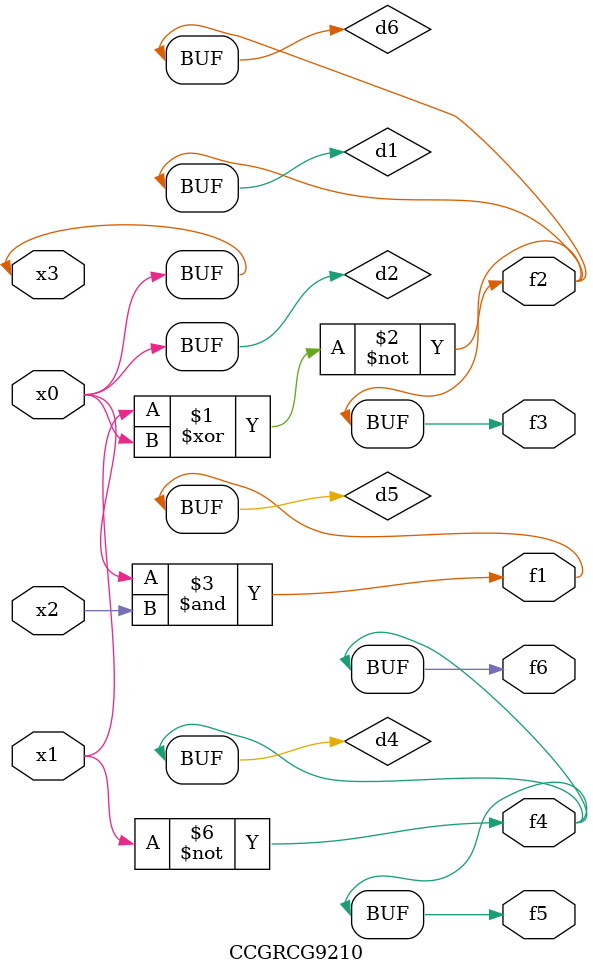
<source format=v>
module CCGRCG9210(
	input x0, x1, x2, x3,
	output f1, f2, f3, f4, f5, f6
);

	wire d1, d2, d3, d4, d5, d6;

	xnor (d1, x1, x3);
	buf (d2, x0, x3);
	nand (d3, x0, x2);
	not (d4, x1);
	nand (d5, d3);
	or (d6, d1);
	assign f1 = d5;
	assign f2 = d6;
	assign f3 = d6;
	assign f4 = d4;
	assign f5 = d4;
	assign f6 = d4;
endmodule

</source>
